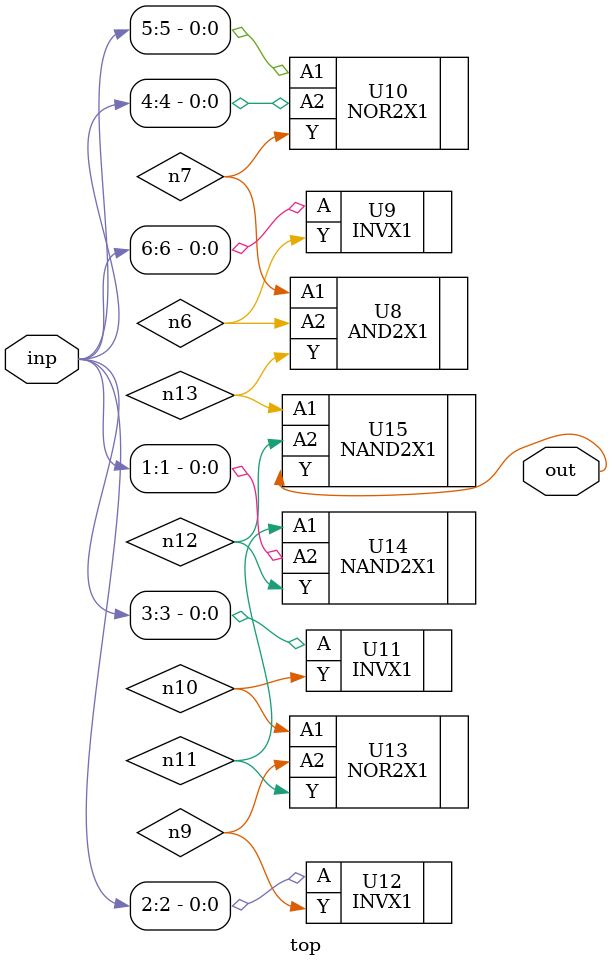
<source format=sv>


module top ( inp, out );
  input [6:0] inp;
  output out;
  wire   n6, n7, n9, n10, n11, n12, n13;

  AND2X1 U8 ( .A1(n7), .A2(n6), .Y(n13) );
  INVX1 U9 ( .A(inp[6]), .Y(n6) );
  NOR2X1 U10 ( .A1(inp[5]), .A2(inp[4]), .Y(n7) );
  INVX1 U11 ( .A(inp[3]), .Y(n10) );
  INVX1 U12 ( .A(inp[2]), .Y(n9) );
  NOR2X1 U13 ( .A1(n10), .A2(n9), .Y(n11) );
  NAND2X1 U14 ( .A1(n11), .A2(inp[1]), .Y(n12) );
  NAND2X1 U15 ( .A1(n13), .A2(n12), .Y(out) );
endmodule


</source>
